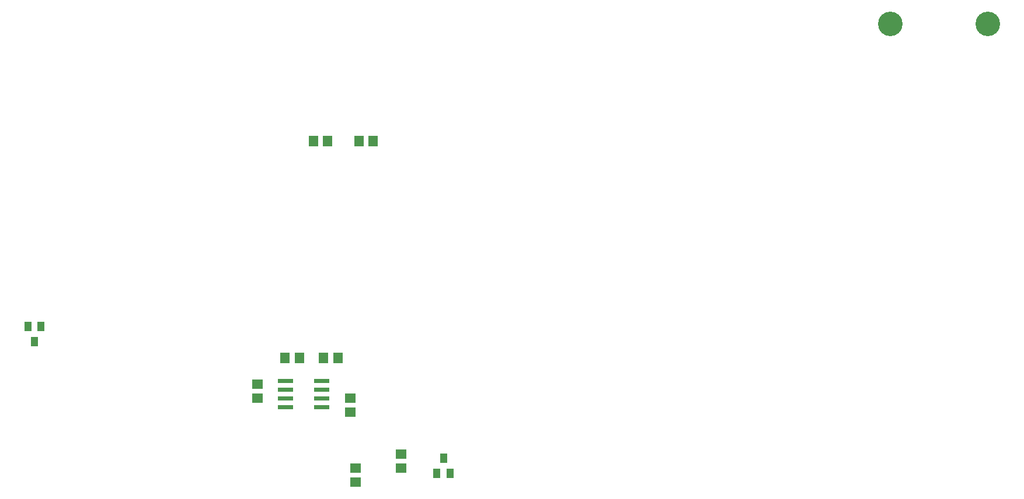
<source format=gtp>
G04 MADE WITH FRITZING*
G04 WWW.FRITZING.ORG*
G04 DOUBLE SIDED*
G04 HOLES PLATED*
G04 CONTOUR ON CENTER OF CONTOUR VECTOR*
%ASAXBY*%
%FSLAX23Y23*%
%MOIN*%
%OFA0B0*%
%SFA1.0B1.0*%
%ADD10C,0.140000*%
%ADD11R,0.039370X0.055118*%
%ADD12R,0.055118X0.059055*%
%ADD13R,0.059055X0.055118*%
%ADD14R,0.001000X0.001000*%
%LNPASTEMASK1*%
G90*
G70*
G54D10*
X5140Y2756D03*
X5697Y2756D03*
X5140Y2756D03*
X5697Y2756D03*
G54D11*
X254Y939D03*
X217Y1026D03*
X292Y1026D03*
X2590Y273D03*
X2627Y186D03*
X2552Y186D03*
G54D12*
X1906Y846D03*
X1987Y846D03*
G54D13*
X2057Y617D03*
X2057Y536D03*
G54D12*
X1686Y846D03*
X1767Y846D03*
G54D13*
X2087Y217D03*
X2087Y136D03*
X1527Y697D03*
X1527Y616D03*
G54D12*
X2188Y2086D03*
X2107Y2086D03*
X1928Y2086D03*
X1847Y2086D03*
G54D13*
X2347Y297D03*
X2347Y216D03*
G36*
X1731Y704D02*
X1644Y704D01*
X1644Y728D01*
X1731Y728D01*
X1731Y704D01*
G37*
D02*
G36*
X1731Y654D02*
X1644Y654D01*
X1644Y678D01*
X1731Y678D01*
X1731Y654D01*
G37*
D02*
G36*
X1731Y604D02*
X1644Y604D01*
X1644Y628D01*
X1731Y628D01*
X1731Y604D01*
G37*
D02*
G36*
X1731Y554D02*
X1644Y554D01*
X1644Y578D01*
X1731Y578D01*
X1731Y554D01*
G37*
D02*
G36*
X1937Y554D02*
X1850Y554D01*
X1850Y578D01*
X1937Y578D01*
X1937Y554D01*
G37*
D02*
G36*
X1937Y604D02*
X1850Y604D01*
X1850Y628D01*
X1937Y628D01*
X1937Y604D01*
G37*
D02*
G36*
X1937Y654D02*
X1850Y654D01*
X1850Y678D01*
X1937Y678D01*
X1937Y654D01*
G37*
D02*
G36*
X1937Y704D02*
X1850Y704D01*
X1850Y728D01*
X1937Y728D01*
X1937Y704D01*
G37*
D02*
G54D14*
D02*
G04 End of PasteMask1*
M02*
</source>
